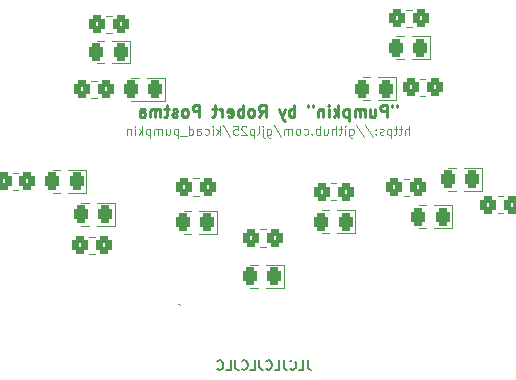
<source format=gbo>
G04 #@! TF.GenerationSoftware,KiCad,Pcbnew,7.0.1-0*
G04 #@! TF.CreationDate,2023-08-23T15:24:57+02:00*
G04 #@! TF.ProjectId,pumpkin,70756d70-6b69-46e2-9e6b-696361645f70,rev?*
G04 #@! TF.SameCoordinates,Original*
G04 #@! TF.FileFunction,Legend,Bot*
G04 #@! TF.FilePolarity,Positive*
%FSLAX46Y46*%
G04 Gerber Fmt 4.6, Leading zero omitted, Abs format (unit mm)*
G04 Created by KiCad (PCBNEW 7.0.1-0) date 2023-08-23 15:24:57*
%MOMM*%
%LPD*%
G01*
G04 APERTURE LIST*
G04 Aperture macros list*
%AMRoundRect*
0 Rectangle with rounded corners*
0 $1 Rounding radius*
0 $2 $3 $4 $5 $6 $7 $8 $9 X,Y pos of 4 corners*
0 Add a 4 corners polygon primitive as box body*
4,1,4,$2,$3,$4,$5,$6,$7,$8,$9,$2,$3,0*
0 Add four circle primitives for the rounded corners*
1,1,$1+$1,$2,$3*
1,1,$1+$1,$4,$5*
1,1,$1+$1,$6,$7*
1,1,$1+$1,$8,$9*
0 Add four rect primitives between the rounded corners*
20,1,$1+$1,$2,$3,$4,$5,0*
20,1,$1+$1,$4,$5,$6,$7,0*
20,1,$1+$1,$6,$7,$8,$9,0*
20,1,$1+$1,$8,$9,$2,$3,0*%
G04 Aperture macros list end*
%ADD10C,0.200000*%
%ADD11C,0.125000*%
%ADD12C,0.250000*%
%ADD13C,0.120000*%
%ADD14C,0.100000*%
%ADD15RoundRect,0.300800X0.325000X0.450000X-0.325000X0.450000X-0.325000X-0.450000X0.325000X-0.450000X0*%
%ADD16C,0.102600*%
%ADD17RoundRect,0.050800X0.596429X0.487235X-0.272905X0.720172X-0.596429X-0.487235X0.272905X-0.720172X0*%
%ADD18RoundRect,0.050800X0.502839X0.331139X-0.269902X0.538194X-0.502839X-0.331139X0.269902X-0.538194X0*%
%ADD19RoundRect,0.300800X0.350000X0.450000X-0.350000X0.450000X-0.350000X-0.450000X0.350000X-0.450000X0*%
%ADD20RoundRect,0.050800X0.302464X2.823741X-2.046767X1.968691X-0.302464X-2.823741X2.046767X-1.968691X0*%
%ADD21C,10.301600*%
%ADD22RoundRect,0.300800X-0.350000X-0.450000X0.350000X-0.450000X0.350000X0.450000X-0.350000X0.450000X0*%
G04 APERTURE END LIST*
D10*
X148810952Y-115502095D02*
X148810952Y-116073523D01*
X148810952Y-116073523D02*
X148849047Y-116187809D01*
X148849047Y-116187809D02*
X148925238Y-116264000D01*
X148925238Y-116264000D02*
X149039523Y-116302095D01*
X149039523Y-116302095D02*
X149115714Y-116302095D01*
X148049047Y-116302095D02*
X148429999Y-116302095D01*
X148429999Y-116302095D02*
X148429999Y-115502095D01*
X147325237Y-116225904D02*
X147363333Y-116264000D01*
X147363333Y-116264000D02*
X147477618Y-116302095D01*
X147477618Y-116302095D02*
X147553809Y-116302095D01*
X147553809Y-116302095D02*
X147668095Y-116264000D01*
X147668095Y-116264000D02*
X147744285Y-116187809D01*
X147744285Y-116187809D02*
X147782380Y-116111619D01*
X147782380Y-116111619D02*
X147820476Y-115959238D01*
X147820476Y-115959238D02*
X147820476Y-115844952D01*
X147820476Y-115844952D02*
X147782380Y-115692571D01*
X147782380Y-115692571D02*
X147744285Y-115616380D01*
X147744285Y-115616380D02*
X147668095Y-115540190D01*
X147668095Y-115540190D02*
X147553809Y-115502095D01*
X147553809Y-115502095D02*
X147477618Y-115502095D01*
X147477618Y-115502095D02*
X147363333Y-115540190D01*
X147363333Y-115540190D02*
X147325237Y-115578285D01*
X146753809Y-115502095D02*
X146753809Y-116073523D01*
X146753809Y-116073523D02*
X146791904Y-116187809D01*
X146791904Y-116187809D02*
X146868095Y-116264000D01*
X146868095Y-116264000D02*
X146982380Y-116302095D01*
X146982380Y-116302095D02*
X147058571Y-116302095D01*
X145991904Y-116302095D02*
X146372856Y-116302095D01*
X146372856Y-116302095D02*
X146372856Y-115502095D01*
X145268094Y-116225904D02*
X145306190Y-116264000D01*
X145306190Y-116264000D02*
X145420475Y-116302095D01*
X145420475Y-116302095D02*
X145496666Y-116302095D01*
X145496666Y-116302095D02*
X145610952Y-116264000D01*
X145610952Y-116264000D02*
X145687142Y-116187809D01*
X145687142Y-116187809D02*
X145725237Y-116111619D01*
X145725237Y-116111619D02*
X145763333Y-115959238D01*
X145763333Y-115959238D02*
X145763333Y-115844952D01*
X145763333Y-115844952D02*
X145725237Y-115692571D01*
X145725237Y-115692571D02*
X145687142Y-115616380D01*
X145687142Y-115616380D02*
X145610952Y-115540190D01*
X145610952Y-115540190D02*
X145496666Y-115502095D01*
X145496666Y-115502095D02*
X145420475Y-115502095D01*
X145420475Y-115502095D02*
X145306190Y-115540190D01*
X145306190Y-115540190D02*
X145268094Y-115578285D01*
X144696666Y-115502095D02*
X144696666Y-116073523D01*
X144696666Y-116073523D02*
X144734761Y-116187809D01*
X144734761Y-116187809D02*
X144810952Y-116264000D01*
X144810952Y-116264000D02*
X144925237Y-116302095D01*
X144925237Y-116302095D02*
X145001428Y-116302095D01*
X143934761Y-116302095D02*
X144315713Y-116302095D01*
X144315713Y-116302095D02*
X144315713Y-115502095D01*
X143210951Y-116225904D02*
X143249047Y-116264000D01*
X143249047Y-116264000D02*
X143363332Y-116302095D01*
X143363332Y-116302095D02*
X143439523Y-116302095D01*
X143439523Y-116302095D02*
X143553809Y-116264000D01*
X143553809Y-116264000D02*
X143629999Y-116187809D01*
X143629999Y-116187809D02*
X143668094Y-116111619D01*
X143668094Y-116111619D02*
X143706190Y-115959238D01*
X143706190Y-115959238D02*
X143706190Y-115844952D01*
X143706190Y-115844952D02*
X143668094Y-115692571D01*
X143668094Y-115692571D02*
X143629999Y-115616380D01*
X143629999Y-115616380D02*
X143553809Y-115540190D01*
X143553809Y-115540190D02*
X143439523Y-115502095D01*
X143439523Y-115502095D02*
X143363332Y-115502095D01*
X143363332Y-115502095D02*
X143249047Y-115540190D01*
X143249047Y-115540190D02*
X143210951Y-115578285D01*
X142639523Y-115502095D02*
X142639523Y-116073523D01*
X142639523Y-116073523D02*
X142677618Y-116187809D01*
X142677618Y-116187809D02*
X142753809Y-116264000D01*
X142753809Y-116264000D02*
X142868094Y-116302095D01*
X142868094Y-116302095D02*
X142944285Y-116302095D01*
X141877618Y-116302095D02*
X142258570Y-116302095D01*
X142258570Y-116302095D02*
X142258570Y-115502095D01*
X141153808Y-116225904D02*
X141191904Y-116264000D01*
X141191904Y-116264000D02*
X141306189Y-116302095D01*
X141306189Y-116302095D02*
X141382380Y-116302095D01*
X141382380Y-116302095D02*
X141496666Y-116264000D01*
X141496666Y-116264000D02*
X141572856Y-116187809D01*
X141572856Y-116187809D02*
X141610951Y-116111619D01*
X141610951Y-116111619D02*
X141649047Y-115959238D01*
X141649047Y-115959238D02*
X141649047Y-115844952D01*
X141649047Y-115844952D02*
X141610951Y-115692571D01*
X141610951Y-115692571D02*
X141572856Y-115616380D01*
X141572856Y-115616380D02*
X141496666Y-115540190D01*
X141496666Y-115540190D02*
X141382380Y-115502095D01*
X141382380Y-115502095D02*
X141306189Y-115502095D01*
X141306189Y-115502095D02*
X141191904Y-115540190D01*
X141191904Y-115540190D02*
X141153808Y-115578285D01*
D11*
X157391428Y-96398214D02*
X157391428Y-95648214D01*
X157070000Y-96398214D02*
X157070000Y-96005357D01*
X157070000Y-96005357D02*
X157105714Y-95933928D01*
X157105714Y-95933928D02*
X157177142Y-95898214D01*
X157177142Y-95898214D02*
X157284285Y-95898214D01*
X157284285Y-95898214D02*
X157355714Y-95933928D01*
X157355714Y-95933928D02*
X157391428Y-95969642D01*
X156820000Y-95898214D02*
X156534286Y-95898214D01*
X156712857Y-95648214D02*
X156712857Y-96291071D01*
X156712857Y-96291071D02*
X156677143Y-96362500D01*
X156677143Y-96362500D02*
X156605714Y-96398214D01*
X156605714Y-96398214D02*
X156534286Y-96398214D01*
X156391429Y-95898214D02*
X156105715Y-95898214D01*
X156284286Y-95648214D02*
X156284286Y-96291071D01*
X156284286Y-96291071D02*
X156248572Y-96362500D01*
X156248572Y-96362500D02*
X156177143Y-96398214D01*
X156177143Y-96398214D02*
X156105715Y-96398214D01*
X155855715Y-95898214D02*
X155855715Y-96648214D01*
X155855715Y-95933928D02*
X155784287Y-95898214D01*
X155784287Y-95898214D02*
X155641429Y-95898214D01*
X155641429Y-95898214D02*
X155570001Y-95933928D01*
X155570001Y-95933928D02*
X155534287Y-95969642D01*
X155534287Y-95969642D02*
X155498572Y-96041071D01*
X155498572Y-96041071D02*
X155498572Y-96255357D01*
X155498572Y-96255357D02*
X155534287Y-96326785D01*
X155534287Y-96326785D02*
X155570001Y-96362500D01*
X155570001Y-96362500D02*
X155641429Y-96398214D01*
X155641429Y-96398214D02*
X155784287Y-96398214D01*
X155784287Y-96398214D02*
X155855715Y-96362500D01*
X155212858Y-96362500D02*
X155141430Y-96398214D01*
X155141430Y-96398214D02*
X154998573Y-96398214D01*
X154998573Y-96398214D02*
X154927144Y-96362500D01*
X154927144Y-96362500D02*
X154891430Y-96291071D01*
X154891430Y-96291071D02*
X154891430Y-96255357D01*
X154891430Y-96255357D02*
X154927144Y-96183928D01*
X154927144Y-96183928D02*
X154998573Y-96148214D01*
X154998573Y-96148214D02*
X155105716Y-96148214D01*
X155105716Y-96148214D02*
X155177144Y-96112500D01*
X155177144Y-96112500D02*
X155212858Y-96041071D01*
X155212858Y-96041071D02*
X155212858Y-96005357D01*
X155212858Y-96005357D02*
X155177144Y-95933928D01*
X155177144Y-95933928D02*
X155105716Y-95898214D01*
X155105716Y-95898214D02*
X154998573Y-95898214D01*
X154998573Y-95898214D02*
X154927144Y-95933928D01*
X154570001Y-96326785D02*
X154534287Y-96362500D01*
X154534287Y-96362500D02*
X154570001Y-96398214D01*
X154570001Y-96398214D02*
X154605715Y-96362500D01*
X154605715Y-96362500D02*
X154570001Y-96326785D01*
X154570001Y-96326785D02*
X154570001Y-96398214D01*
X154570001Y-95933928D02*
X154534287Y-95969642D01*
X154534287Y-95969642D02*
X154570001Y-96005357D01*
X154570001Y-96005357D02*
X154605715Y-95969642D01*
X154605715Y-95969642D02*
X154570001Y-95933928D01*
X154570001Y-95933928D02*
X154570001Y-96005357D01*
X153677144Y-95612500D02*
X154320001Y-96576785D01*
X152891430Y-95612500D02*
X153534287Y-96576785D01*
X152320002Y-95898214D02*
X152320002Y-96505357D01*
X152320002Y-96505357D02*
X152355716Y-96576785D01*
X152355716Y-96576785D02*
X152391430Y-96612500D01*
X152391430Y-96612500D02*
X152462859Y-96648214D01*
X152462859Y-96648214D02*
X152570002Y-96648214D01*
X152570002Y-96648214D02*
X152641430Y-96612500D01*
X152320002Y-96362500D02*
X152391430Y-96398214D01*
X152391430Y-96398214D02*
X152534287Y-96398214D01*
X152534287Y-96398214D02*
X152605716Y-96362500D01*
X152605716Y-96362500D02*
X152641430Y-96326785D01*
X152641430Y-96326785D02*
X152677144Y-96255357D01*
X152677144Y-96255357D02*
X152677144Y-96041071D01*
X152677144Y-96041071D02*
X152641430Y-95969642D01*
X152641430Y-95969642D02*
X152605716Y-95933928D01*
X152605716Y-95933928D02*
X152534287Y-95898214D01*
X152534287Y-95898214D02*
X152391430Y-95898214D01*
X152391430Y-95898214D02*
X152320002Y-95933928D01*
X151962859Y-96398214D02*
X151962859Y-95898214D01*
X151962859Y-95648214D02*
X151998573Y-95683928D01*
X151998573Y-95683928D02*
X151962859Y-95719642D01*
X151962859Y-95719642D02*
X151927145Y-95683928D01*
X151927145Y-95683928D02*
X151962859Y-95648214D01*
X151962859Y-95648214D02*
X151962859Y-95719642D01*
X151712859Y-95898214D02*
X151427145Y-95898214D01*
X151605716Y-95648214D02*
X151605716Y-96291071D01*
X151605716Y-96291071D02*
X151570002Y-96362500D01*
X151570002Y-96362500D02*
X151498573Y-96398214D01*
X151498573Y-96398214D02*
X151427145Y-96398214D01*
X151177145Y-96398214D02*
X151177145Y-95648214D01*
X150855717Y-96398214D02*
X150855717Y-96005357D01*
X150855717Y-96005357D02*
X150891431Y-95933928D01*
X150891431Y-95933928D02*
X150962859Y-95898214D01*
X150962859Y-95898214D02*
X151070002Y-95898214D01*
X151070002Y-95898214D02*
X151141431Y-95933928D01*
X151141431Y-95933928D02*
X151177145Y-95969642D01*
X150177146Y-95898214D02*
X150177146Y-96398214D01*
X150498574Y-95898214D02*
X150498574Y-96291071D01*
X150498574Y-96291071D02*
X150462860Y-96362500D01*
X150462860Y-96362500D02*
X150391431Y-96398214D01*
X150391431Y-96398214D02*
X150284288Y-96398214D01*
X150284288Y-96398214D02*
X150212860Y-96362500D01*
X150212860Y-96362500D02*
X150177146Y-96326785D01*
X149820003Y-96398214D02*
X149820003Y-95648214D01*
X149820003Y-95933928D02*
X149748575Y-95898214D01*
X149748575Y-95898214D02*
X149605717Y-95898214D01*
X149605717Y-95898214D02*
X149534289Y-95933928D01*
X149534289Y-95933928D02*
X149498575Y-95969642D01*
X149498575Y-95969642D02*
X149462860Y-96041071D01*
X149462860Y-96041071D02*
X149462860Y-96255357D01*
X149462860Y-96255357D02*
X149498575Y-96326785D01*
X149498575Y-96326785D02*
X149534289Y-96362500D01*
X149534289Y-96362500D02*
X149605717Y-96398214D01*
X149605717Y-96398214D02*
X149748575Y-96398214D01*
X149748575Y-96398214D02*
X149820003Y-96362500D01*
X149141432Y-96326785D02*
X149105718Y-96362500D01*
X149105718Y-96362500D02*
X149141432Y-96398214D01*
X149141432Y-96398214D02*
X149177146Y-96362500D01*
X149177146Y-96362500D02*
X149141432Y-96326785D01*
X149141432Y-96326785D02*
X149141432Y-96398214D01*
X148462861Y-96362500D02*
X148534289Y-96398214D01*
X148534289Y-96398214D02*
X148677146Y-96398214D01*
X148677146Y-96398214D02*
X148748575Y-96362500D01*
X148748575Y-96362500D02*
X148784289Y-96326785D01*
X148784289Y-96326785D02*
X148820003Y-96255357D01*
X148820003Y-96255357D02*
X148820003Y-96041071D01*
X148820003Y-96041071D02*
X148784289Y-95969642D01*
X148784289Y-95969642D02*
X148748575Y-95933928D01*
X148748575Y-95933928D02*
X148677146Y-95898214D01*
X148677146Y-95898214D02*
X148534289Y-95898214D01*
X148534289Y-95898214D02*
X148462861Y-95933928D01*
X148034289Y-96398214D02*
X148105718Y-96362500D01*
X148105718Y-96362500D02*
X148141432Y-96326785D01*
X148141432Y-96326785D02*
X148177146Y-96255357D01*
X148177146Y-96255357D02*
X148177146Y-96041071D01*
X148177146Y-96041071D02*
X148141432Y-95969642D01*
X148141432Y-95969642D02*
X148105718Y-95933928D01*
X148105718Y-95933928D02*
X148034289Y-95898214D01*
X148034289Y-95898214D02*
X147927146Y-95898214D01*
X147927146Y-95898214D02*
X147855718Y-95933928D01*
X147855718Y-95933928D02*
X147820004Y-95969642D01*
X147820004Y-95969642D02*
X147784289Y-96041071D01*
X147784289Y-96041071D02*
X147784289Y-96255357D01*
X147784289Y-96255357D02*
X147820004Y-96326785D01*
X147820004Y-96326785D02*
X147855718Y-96362500D01*
X147855718Y-96362500D02*
X147927146Y-96398214D01*
X147927146Y-96398214D02*
X148034289Y-96398214D01*
X147462861Y-96398214D02*
X147462861Y-95898214D01*
X147462861Y-95969642D02*
X147427147Y-95933928D01*
X147427147Y-95933928D02*
X147355718Y-95898214D01*
X147355718Y-95898214D02*
X147248575Y-95898214D01*
X147248575Y-95898214D02*
X147177147Y-95933928D01*
X147177147Y-95933928D02*
X147141433Y-96005357D01*
X147141433Y-96005357D02*
X147141433Y-96398214D01*
X147141433Y-96005357D02*
X147105718Y-95933928D01*
X147105718Y-95933928D02*
X147034290Y-95898214D01*
X147034290Y-95898214D02*
X146927147Y-95898214D01*
X146927147Y-95898214D02*
X146855718Y-95933928D01*
X146855718Y-95933928D02*
X146820004Y-96005357D01*
X146820004Y-96005357D02*
X146820004Y-96398214D01*
X145927147Y-95612500D02*
X146570004Y-96576785D01*
X145355719Y-95898214D02*
X145355719Y-96505357D01*
X145355719Y-96505357D02*
X145391433Y-96576785D01*
X145391433Y-96576785D02*
X145427147Y-96612500D01*
X145427147Y-96612500D02*
X145498576Y-96648214D01*
X145498576Y-96648214D02*
X145605719Y-96648214D01*
X145605719Y-96648214D02*
X145677147Y-96612500D01*
X145355719Y-96362500D02*
X145427147Y-96398214D01*
X145427147Y-96398214D02*
X145570004Y-96398214D01*
X145570004Y-96398214D02*
X145641433Y-96362500D01*
X145641433Y-96362500D02*
X145677147Y-96326785D01*
X145677147Y-96326785D02*
X145712861Y-96255357D01*
X145712861Y-96255357D02*
X145712861Y-96041071D01*
X145712861Y-96041071D02*
X145677147Y-95969642D01*
X145677147Y-95969642D02*
X145641433Y-95933928D01*
X145641433Y-95933928D02*
X145570004Y-95898214D01*
X145570004Y-95898214D02*
X145427147Y-95898214D01*
X145427147Y-95898214D02*
X145355719Y-95933928D01*
X144998576Y-95898214D02*
X144998576Y-96541071D01*
X144998576Y-96541071D02*
X145034290Y-96612500D01*
X145034290Y-96612500D02*
X145105719Y-96648214D01*
X145105719Y-96648214D02*
X145141433Y-96648214D01*
X144998576Y-95648214D02*
X145034290Y-95683928D01*
X145034290Y-95683928D02*
X144998576Y-95719642D01*
X144998576Y-95719642D02*
X144962862Y-95683928D01*
X144962862Y-95683928D02*
X144998576Y-95648214D01*
X144998576Y-95648214D02*
X144998576Y-95719642D01*
X144534290Y-96398214D02*
X144605719Y-96362500D01*
X144605719Y-96362500D02*
X144641433Y-96291071D01*
X144641433Y-96291071D02*
X144641433Y-95648214D01*
X144248576Y-95898214D02*
X144248576Y-96648214D01*
X144248576Y-95933928D02*
X144177148Y-95898214D01*
X144177148Y-95898214D02*
X144034290Y-95898214D01*
X144034290Y-95898214D02*
X143962862Y-95933928D01*
X143962862Y-95933928D02*
X143927148Y-95969642D01*
X143927148Y-95969642D02*
X143891433Y-96041071D01*
X143891433Y-96041071D02*
X143891433Y-96255357D01*
X143891433Y-96255357D02*
X143927148Y-96326785D01*
X143927148Y-96326785D02*
X143962862Y-96362500D01*
X143962862Y-96362500D02*
X144034290Y-96398214D01*
X144034290Y-96398214D02*
X144177148Y-96398214D01*
X144177148Y-96398214D02*
X144248576Y-96362500D01*
X143605719Y-95719642D02*
X143570005Y-95683928D01*
X143570005Y-95683928D02*
X143498577Y-95648214D01*
X143498577Y-95648214D02*
X143320005Y-95648214D01*
X143320005Y-95648214D02*
X143248577Y-95683928D01*
X143248577Y-95683928D02*
X143212862Y-95719642D01*
X143212862Y-95719642D02*
X143177148Y-95791071D01*
X143177148Y-95791071D02*
X143177148Y-95862500D01*
X143177148Y-95862500D02*
X143212862Y-95969642D01*
X143212862Y-95969642D02*
X143641434Y-96398214D01*
X143641434Y-96398214D02*
X143177148Y-96398214D01*
X142498576Y-95648214D02*
X142855719Y-95648214D01*
X142855719Y-95648214D02*
X142891433Y-96005357D01*
X142891433Y-96005357D02*
X142855719Y-95969642D01*
X142855719Y-95969642D02*
X142784291Y-95933928D01*
X142784291Y-95933928D02*
X142605719Y-95933928D01*
X142605719Y-95933928D02*
X142534291Y-95969642D01*
X142534291Y-95969642D02*
X142498576Y-96005357D01*
X142498576Y-96005357D02*
X142462862Y-96076785D01*
X142462862Y-96076785D02*
X142462862Y-96255357D01*
X142462862Y-96255357D02*
X142498576Y-96326785D01*
X142498576Y-96326785D02*
X142534291Y-96362500D01*
X142534291Y-96362500D02*
X142605719Y-96398214D01*
X142605719Y-96398214D02*
X142784291Y-96398214D01*
X142784291Y-96398214D02*
X142855719Y-96362500D01*
X142855719Y-96362500D02*
X142891433Y-96326785D01*
X141605719Y-95612500D02*
X142248576Y-96576785D01*
X141355719Y-96398214D02*
X141355719Y-95648214D01*
X141284291Y-96112500D02*
X141070005Y-96398214D01*
X141070005Y-95898214D02*
X141355719Y-96183928D01*
X140748576Y-96398214D02*
X140748576Y-95898214D01*
X140748576Y-95648214D02*
X140784290Y-95683928D01*
X140784290Y-95683928D02*
X140748576Y-95719642D01*
X140748576Y-95719642D02*
X140712862Y-95683928D01*
X140712862Y-95683928D02*
X140748576Y-95648214D01*
X140748576Y-95648214D02*
X140748576Y-95719642D01*
X140070005Y-96362500D02*
X140141433Y-96398214D01*
X140141433Y-96398214D02*
X140284290Y-96398214D01*
X140284290Y-96398214D02*
X140355719Y-96362500D01*
X140355719Y-96362500D02*
X140391433Y-96326785D01*
X140391433Y-96326785D02*
X140427147Y-96255357D01*
X140427147Y-96255357D02*
X140427147Y-96041071D01*
X140427147Y-96041071D02*
X140391433Y-95969642D01*
X140391433Y-95969642D02*
X140355719Y-95933928D01*
X140355719Y-95933928D02*
X140284290Y-95898214D01*
X140284290Y-95898214D02*
X140141433Y-95898214D01*
X140141433Y-95898214D02*
X140070005Y-95933928D01*
X139427148Y-96398214D02*
X139427148Y-96005357D01*
X139427148Y-96005357D02*
X139462862Y-95933928D01*
X139462862Y-95933928D02*
X139534290Y-95898214D01*
X139534290Y-95898214D02*
X139677148Y-95898214D01*
X139677148Y-95898214D02*
X139748576Y-95933928D01*
X139427148Y-96362500D02*
X139498576Y-96398214D01*
X139498576Y-96398214D02*
X139677148Y-96398214D01*
X139677148Y-96398214D02*
X139748576Y-96362500D01*
X139748576Y-96362500D02*
X139784290Y-96291071D01*
X139784290Y-96291071D02*
X139784290Y-96219642D01*
X139784290Y-96219642D02*
X139748576Y-96148214D01*
X139748576Y-96148214D02*
X139677148Y-96112500D01*
X139677148Y-96112500D02*
X139498576Y-96112500D01*
X139498576Y-96112500D02*
X139427148Y-96076785D01*
X138748577Y-96398214D02*
X138748577Y-95648214D01*
X138748577Y-96362500D02*
X138820005Y-96398214D01*
X138820005Y-96398214D02*
X138962862Y-96398214D01*
X138962862Y-96398214D02*
X139034291Y-96362500D01*
X139034291Y-96362500D02*
X139070005Y-96326785D01*
X139070005Y-96326785D02*
X139105719Y-96255357D01*
X139105719Y-96255357D02*
X139105719Y-96041071D01*
X139105719Y-96041071D02*
X139070005Y-95969642D01*
X139070005Y-95969642D02*
X139034291Y-95933928D01*
X139034291Y-95933928D02*
X138962862Y-95898214D01*
X138962862Y-95898214D02*
X138820005Y-95898214D01*
X138820005Y-95898214D02*
X138748577Y-95933928D01*
X138570006Y-96469642D02*
X137998577Y-96469642D01*
X137820005Y-95898214D02*
X137820005Y-96648214D01*
X137820005Y-95933928D02*
X137748577Y-95898214D01*
X137748577Y-95898214D02*
X137605719Y-95898214D01*
X137605719Y-95898214D02*
X137534291Y-95933928D01*
X137534291Y-95933928D02*
X137498577Y-95969642D01*
X137498577Y-95969642D02*
X137462862Y-96041071D01*
X137462862Y-96041071D02*
X137462862Y-96255357D01*
X137462862Y-96255357D02*
X137498577Y-96326785D01*
X137498577Y-96326785D02*
X137534291Y-96362500D01*
X137534291Y-96362500D02*
X137605719Y-96398214D01*
X137605719Y-96398214D02*
X137748577Y-96398214D01*
X137748577Y-96398214D02*
X137820005Y-96362500D01*
X136820006Y-95898214D02*
X136820006Y-96398214D01*
X137141434Y-95898214D02*
X137141434Y-96291071D01*
X137141434Y-96291071D02*
X137105720Y-96362500D01*
X137105720Y-96362500D02*
X137034291Y-96398214D01*
X137034291Y-96398214D02*
X136927148Y-96398214D01*
X136927148Y-96398214D02*
X136855720Y-96362500D01*
X136855720Y-96362500D02*
X136820006Y-96326785D01*
X136462863Y-96398214D02*
X136462863Y-95898214D01*
X136462863Y-95969642D02*
X136427149Y-95933928D01*
X136427149Y-95933928D02*
X136355720Y-95898214D01*
X136355720Y-95898214D02*
X136248577Y-95898214D01*
X136248577Y-95898214D02*
X136177149Y-95933928D01*
X136177149Y-95933928D02*
X136141435Y-96005357D01*
X136141435Y-96005357D02*
X136141435Y-96398214D01*
X136141435Y-96005357D02*
X136105720Y-95933928D01*
X136105720Y-95933928D02*
X136034292Y-95898214D01*
X136034292Y-95898214D02*
X135927149Y-95898214D01*
X135927149Y-95898214D02*
X135855720Y-95933928D01*
X135855720Y-95933928D02*
X135820006Y-96005357D01*
X135820006Y-96005357D02*
X135820006Y-96398214D01*
X135462863Y-95898214D02*
X135462863Y-96648214D01*
X135462863Y-95933928D02*
X135391435Y-95898214D01*
X135391435Y-95898214D02*
X135248577Y-95898214D01*
X135248577Y-95898214D02*
X135177149Y-95933928D01*
X135177149Y-95933928D02*
X135141435Y-95969642D01*
X135141435Y-95969642D02*
X135105720Y-96041071D01*
X135105720Y-96041071D02*
X135105720Y-96255357D01*
X135105720Y-96255357D02*
X135141435Y-96326785D01*
X135141435Y-96326785D02*
X135177149Y-96362500D01*
X135177149Y-96362500D02*
X135248577Y-96398214D01*
X135248577Y-96398214D02*
X135391435Y-96398214D01*
X135391435Y-96398214D02*
X135462863Y-96362500D01*
X134784292Y-96398214D02*
X134784292Y-95648214D01*
X134712864Y-96112500D02*
X134498578Y-96398214D01*
X134498578Y-95898214D02*
X134784292Y-96183928D01*
X134177149Y-96398214D02*
X134177149Y-95898214D01*
X134177149Y-95648214D02*
X134212863Y-95683928D01*
X134212863Y-95683928D02*
X134177149Y-95719642D01*
X134177149Y-95719642D02*
X134141435Y-95683928D01*
X134141435Y-95683928D02*
X134177149Y-95648214D01*
X134177149Y-95648214D02*
X134177149Y-95719642D01*
X133820006Y-95898214D02*
X133820006Y-96398214D01*
X133820006Y-95969642D02*
X133784292Y-95933928D01*
X133784292Y-95933928D02*
X133712863Y-95898214D01*
X133712863Y-95898214D02*
X133605720Y-95898214D01*
X133605720Y-95898214D02*
X133534292Y-95933928D01*
X133534292Y-95933928D02*
X133498578Y-96005357D01*
X133498578Y-96005357D02*
X133498578Y-96398214D01*
D12*
X156329523Y-93887619D02*
X156329523Y-94078095D01*
X155948571Y-93887619D02*
X155948571Y-94078095D01*
X155519999Y-94887619D02*
X155519999Y-93887619D01*
X155519999Y-93887619D02*
X155139047Y-93887619D01*
X155139047Y-93887619D02*
X155043809Y-93935238D01*
X155043809Y-93935238D02*
X154996190Y-93982857D01*
X154996190Y-93982857D02*
X154948571Y-94078095D01*
X154948571Y-94078095D02*
X154948571Y-94220952D01*
X154948571Y-94220952D02*
X154996190Y-94316190D01*
X154996190Y-94316190D02*
X155043809Y-94363809D01*
X155043809Y-94363809D02*
X155139047Y-94411428D01*
X155139047Y-94411428D02*
X155519999Y-94411428D01*
X154091428Y-94220952D02*
X154091428Y-94887619D01*
X154519999Y-94220952D02*
X154519999Y-94744761D01*
X154519999Y-94744761D02*
X154472380Y-94840000D01*
X154472380Y-94840000D02*
X154377142Y-94887619D01*
X154377142Y-94887619D02*
X154234285Y-94887619D01*
X154234285Y-94887619D02*
X154139047Y-94840000D01*
X154139047Y-94840000D02*
X154091428Y-94792380D01*
X153615237Y-94887619D02*
X153615237Y-94220952D01*
X153615237Y-94316190D02*
X153567618Y-94268571D01*
X153567618Y-94268571D02*
X153472380Y-94220952D01*
X153472380Y-94220952D02*
X153329523Y-94220952D01*
X153329523Y-94220952D02*
X153234285Y-94268571D01*
X153234285Y-94268571D02*
X153186666Y-94363809D01*
X153186666Y-94363809D02*
X153186666Y-94887619D01*
X153186666Y-94363809D02*
X153139047Y-94268571D01*
X153139047Y-94268571D02*
X153043809Y-94220952D01*
X153043809Y-94220952D02*
X152900952Y-94220952D01*
X152900952Y-94220952D02*
X152805713Y-94268571D01*
X152805713Y-94268571D02*
X152758094Y-94363809D01*
X152758094Y-94363809D02*
X152758094Y-94887619D01*
X152281904Y-94220952D02*
X152281904Y-95220952D01*
X152281904Y-94268571D02*
X152186666Y-94220952D01*
X152186666Y-94220952D02*
X151996190Y-94220952D01*
X151996190Y-94220952D02*
X151900952Y-94268571D01*
X151900952Y-94268571D02*
X151853333Y-94316190D01*
X151853333Y-94316190D02*
X151805714Y-94411428D01*
X151805714Y-94411428D02*
X151805714Y-94697142D01*
X151805714Y-94697142D02*
X151853333Y-94792380D01*
X151853333Y-94792380D02*
X151900952Y-94840000D01*
X151900952Y-94840000D02*
X151996190Y-94887619D01*
X151996190Y-94887619D02*
X152186666Y-94887619D01*
X152186666Y-94887619D02*
X152281904Y-94840000D01*
X151377142Y-94887619D02*
X151377142Y-93887619D01*
X151281904Y-94506666D02*
X150996190Y-94887619D01*
X150996190Y-94220952D02*
X151377142Y-94601904D01*
X150567618Y-94887619D02*
X150567618Y-94220952D01*
X150567618Y-93887619D02*
X150615237Y-93935238D01*
X150615237Y-93935238D02*
X150567618Y-93982857D01*
X150567618Y-93982857D02*
X150519999Y-93935238D01*
X150519999Y-93935238D02*
X150567618Y-93887619D01*
X150567618Y-93887619D02*
X150567618Y-93982857D01*
X150091428Y-94220952D02*
X150091428Y-94887619D01*
X150091428Y-94316190D02*
X150043809Y-94268571D01*
X150043809Y-94268571D02*
X149948571Y-94220952D01*
X149948571Y-94220952D02*
X149805714Y-94220952D01*
X149805714Y-94220952D02*
X149710476Y-94268571D01*
X149710476Y-94268571D02*
X149662857Y-94363809D01*
X149662857Y-94363809D02*
X149662857Y-94887619D01*
X149234285Y-93887619D02*
X149234285Y-94078095D01*
X148853333Y-93887619D02*
X148853333Y-94078095D01*
X147662856Y-94887619D02*
X147662856Y-93887619D01*
X147662856Y-94268571D02*
X147567618Y-94220952D01*
X147567618Y-94220952D02*
X147377142Y-94220952D01*
X147377142Y-94220952D02*
X147281904Y-94268571D01*
X147281904Y-94268571D02*
X147234285Y-94316190D01*
X147234285Y-94316190D02*
X147186666Y-94411428D01*
X147186666Y-94411428D02*
X147186666Y-94697142D01*
X147186666Y-94697142D02*
X147234285Y-94792380D01*
X147234285Y-94792380D02*
X147281904Y-94840000D01*
X147281904Y-94840000D02*
X147377142Y-94887619D01*
X147377142Y-94887619D02*
X147567618Y-94887619D01*
X147567618Y-94887619D02*
X147662856Y-94840000D01*
X146853332Y-94220952D02*
X146615237Y-94887619D01*
X146377142Y-94220952D02*
X146615237Y-94887619D01*
X146615237Y-94887619D02*
X146710475Y-95125714D01*
X146710475Y-95125714D02*
X146758094Y-95173333D01*
X146758094Y-95173333D02*
X146853332Y-95220952D01*
X144662856Y-94887619D02*
X144996189Y-94411428D01*
X145234284Y-94887619D02*
X145234284Y-93887619D01*
X145234284Y-93887619D02*
X144853332Y-93887619D01*
X144853332Y-93887619D02*
X144758094Y-93935238D01*
X144758094Y-93935238D02*
X144710475Y-93982857D01*
X144710475Y-93982857D02*
X144662856Y-94078095D01*
X144662856Y-94078095D02*
X144662856Y-94220952D01*
X144662856Y-94220952D02*
X144710475Y-94316190D01*
X144710475Y-94316190D02*
X144758094Y-94363809D01*
X144758094Y-94363809D02*
X144853332Y-94411428D01*
X144853332Y-94411428D02*
X145234284Y-94411428D01*
X144091427Y-94887619D02*
X144186665Y-94840000D01*
X144186665Y-94840000D02*
X144234284Y-94792380D01*
X144234284Y-94792380D02*
X144281903Y-94697142D01*
X144281903Y-94697142D02*
X144281903Y-94411428D01*
X144281903Y-94411428D02*
X144234284Y-94316190D01*
X144234284Y-94316190D02*
X144186665Y-94268571D01*
X144186665Y-94268571D02*
X144091427Y-94220952D01*
X144091427Y-94220952D02*
X143948570Y-94220952D01*
X143948570Y-94220952D02*
X143853332Y-94268571D01*
X143853332Y-94268571D02*
X143805713Y-94316190D01*
X143805713Y-94316190D02*
X143758094Y-94411428D01*
X143758094Y-94411428D02*
X143758094Y-94697142D01*
X143758094Y-94697142D02*
X143805713Y-94792380D01*
X143805713Y-94792380D02*
X143853332Y-94840000D01*
X143853332Y-94840000D02*
X143948570Y-94887619D01*
X143948570Y-94887619D02*
X144091427Y-94887619D01*
X143329522Y-94887619D02*
X143329522Y-93887619D01*
X143329522Y-94268571D02*
X143234284Y-94220952D01*
X143234284Y-94220952D02*
X143043808Y-94220952D01*
X143043808Y-94220952D02*
X142948570Y-94268571D01*
X142948570Y-94268571D02*
X142900951Y-94316190D01*
X142900951Y-94316190D02*
X142853332Y-94411428D01*
X142853332Y-94411428D02*
X142853332Y-94697142D01*
X142853332Y-94697142D02*
X142900951Y-94792380D01*
X142900951Y-94792380D02*
X142948570Y-94840000D01*
X142948570Y-94840000D02*
X143043808Y-94887619D01*
X143043808Y-94887619D02*
X143234284Y-94887619D01*
X143234284Y-94887619D02*
X143329522Y-94840000D01*
X142043808Y-94840000D02*
X142139046Y-94887619D01*
X142139046Y-94887619D02*
X142329522Y-94887619D01*
X142329522Y-94887619D02*
X142424760Y-94840000D01*
X142424760Y-94840000D02*
X142472379Y-94744761D01*
X142472379Y-94744761D02*
X142472379Y-94363809D01*
X142472379Y-94363809D02*
X142424760Y-94268571D01*
X142424760Y-94268571D02*
X142329522Y-94220952D01*
X142329522Y-94220952D02*
X142139046Y-94220952D01*
X142139046Y-94220952D02*
X142043808Y-94268571D01*
X142043808Y-94268571D02*
X141996189Y-94363809D01*
X141996189Y-94363809D02*
X141996189Y-94459047D01*
X141996189Y-94459047D02*
X142472379Y-94554285D01*
X141567617Y-94887619D02*
X141567617Y-94220952D01*
X141567617Y-94411428D02*
X141519998Y-94316190D01*
X141519998Y-94316190D02*
X141472379Y-94268571D01*
X141472379Y-94268571D02*
X141377141Y-94220952D01*
X141377141Y-94220952D02*
X141281903Y-94220952D01*
X141091426Y-94220952D02*
X140710474Y-94220952D01*
X140948569Y-93887619D02*
X140948569Y-94744761D01*
X140948569Y-94744761D02*
X140900950Y-94840000D01*
X140900950Y-94840000D02*
X140805712Y-94887619D01*
X140805712Y-94887619D02*
X140710474Y-94887619D01*
X139615235Y-94887619D02*
X139615235Y-93887619D01*
X139615235Y-93887619D02*
X139234283Y-93887619D01*
X139234283Y-93887619D02*
X139139045Y-93935238D01*
X139139045Y-93935238D02*
X139091426Y-93982857D01*
X139091426Y-93982857D02*
X139043807Y-94078095D01*
X139043807Y-94078095D02*
X139043807Y-94220952D01*
X139043807Y-94220952D02*
X139091426Y-94316190D01*
X139091426Y-94316190D02*
X139139045Y-94363809D01*
X139139045Y-94363809D02*
X139234283Y-94411428D01*
X139234283Y-94411428D02*
X139615235Y-94411428D01*
X138472378Y-94887619D02*
X138567616Y-94840000D01*
X138567616Y-94840000D02*
X138615235Y-94792380D01*
X138615235Y-94792380D02*
X138662854Y-94697142D01*
X138662854Y-94697142D02*
X138662854Y-94411428D01*
X138662854Y-94411428D02*
X138615235Y-94316190D01*
X138615235Y-94316190D02*
X138567616Y-94268571D01*
X138567616Y-94268571D02*
X138472378Y-94220952D01*
X138472378Y-94220952D02*
X138329521Y-94220952D01*
X138329521Y-94220952D02*
X138234283Y-94268571D01*
X138234283Y-94268571D02*
X138186664Y-94316190D01*
X138186664Y-94316190D02*
X138139045Y-94411428D01*
X138139045Y-94411428D02*
X138139045Y-94697142D01*
X138139045Y-94697142D02*
X138186664Y-94792380D01*
X138186664Y-94792380D02*
X138234283Y-94840000D01*
X138234283Y-94840000D02*
X138329521Y-94887619D01*
X138329521Y-94887619D02*
X138472378Y-94887619D01*
X137758092Y-94840000D02*
X137662854Y-94887619D01*
X137662854Y-94887619D02*
X137472378Y-94887619D01*
X137472378Y-94887619D02*
X137377140Y-94840000D01*
X137377140Y-94840000D02*
X137329521Y-94744761D01*
X137329521Y-94744761D02*
X137329521Y-94697142D01*
X137329521Y-94697142D02*
X137377140Y-94601904D01*
X137377140Y-94601904D02*
X137472378Y-94554285D01*
X137472378Y-94554285D02*
X137615235Y-94554285D01*
X137615235Y-94554285D02*
X137710473Y-94506666D01*
X137710473Y-94506666D02*
X137758092Y-94411428D01*
X137758092Y-94411428D02*
X137758092Y-94363809D01*
X137758092Y-94363809D02*
X137710473Y-94268571D01*
X137710473Y-94268571D02*
X137615235Y-94220952D01*
X137615235Y-94220952D02*
X137472378Y-94220952D01*
X137472378Y-94220952D02*
X137377140Y-94268571D01*
X137043806Y-94220952D02*
X136662854Y-94220952D01*
X136900949Y-93887619D02*
X136900949Y-94744761D01*
X136900949Y-94744761D02*
X136853330Y-94840000D01*
X136853330Y-94840000D02*
X136758092Y-94887619D01*
X136758092Y-94887619D02*
X136662854Y-94887619D01*
X136329520Y-94887619D02*
X136329520Y-94220952D01*
X136329520Y-94316190D02*
X136281901Y-94268571D01*
X136281901Y-94268571D02*
X136186663Y-94220952D01*
X136186663Y-94220952D02*
X136043806Y-94220952D01*
X136043806Y-94220952D02*
X135948568Y-94268571D01*
X135948568Y-94268571D02*
X135900949Y-94363809D01*
X135900949Y-94363809D02*
X135900949Y-94887619D01*
X135900949Y-94363809D02*
X135853330Y-94268571D01*
X135853330Y-94268571D02*
X135758092Y-94220952D01*
X135758092Y-94220952D02*
X135615235Y-94220952D01*
X135615235Y-94220952D02*
X135519996Y-94268571D01*
X135519996Y-94268571D02*
X135472377Y-94363809D01*
X135472377Y-94363809D02*
X135472377Y-94887619D01*
X134567616Y-94887619D02*
X134567616Y-94363809D01*
X134567616Y-94363809D02*
X134615235Y-94268571D01*
X134615235Y-94268571D02*
X134710473Y-94220952D01*
X134710473Y-94220952D02*
X134900949Y-94220952D01*
X134900949Y-94220952D02*
X134996187Y-94268571D01*
X134567616Y-94840000D02*
X134662854Y-94887619D01*
X134662854Y-94887619D02*
X134900949Y-94887619D01*
X134900949Y-94887619D02*
X134996187Y-94840000D01*
X134996187Y-94840000D02*
X135043806Y-94744761D01*
X135043806Y-94744761D02*
X135043806Y-94649523D01*
X135043806Y-94649523D02*
X134996187Y-94554285D01*
X134996187Y-94554285D02*
X134900949Y-94506666D01*
X134900949Y-94506666D02*
X134662854Y-94506666D01*
X134662854Y-94506666D02*
X134567616Y-94459047D01*
D13*
X161050000Y-104290000D02*
X158190000Y-104290000D01*
X161050000Y-102370000D02*
X161050000Y-104290000D01*
X158190000Y-102370000D02*
X161050000Y-102370000D01*
D14*
X137949850Y-110784321D02*
X137949850Y-110784321D01*
X137853258Y-110758439D02*
X137853258Y-110758439D01*
X137853259Y-110758439D02*
G75*
G03*
X137949849Y-110784321I48295J-12941D01*
G01*
X137949849Y-110784321D02*
G75*
G03*
X137853259Y-110758439I-48295J12941D01*
G01*
D13*
X159157500Y-89980000D02*
X156297500Y-89980000D01*
X159157500Y-88060000D02*
X159157500Y-89980000D01*
X156297500Y-88060000D02*
X159157500Y-88060000D01*
X157367064Y-101595000D02*
X156912936Y-101595000D01*
X157367064Y-100125000D02*
X156912936Y-100125000D01*
X146765000Y-109350000D02*
X143905000Y-109350000D01*
X146765000Y-107430000D02*
X146765000Y-109350000D01*
X143905000Y-107430000D02*
X146765000Y-107430000D01*
X130057500Y-101300000D02*
X127197500Y-101300000D01*
X130057500Y-99380000D02*
X130057500Y-101300000D01*
X127197500Y-99380000D02*
X130057500Y-99380000D01*
X132450000Y-104100000D02*
X129590000Y-104100000D01*
X132450000Y-102180000D02*
X132450000Y-104100000D01*
X129590000Y-102180000D02*
X132450000Y-102180000D01*
X163565000Y-101140000D02*
X160705000Y-101140000D01*
X163565000Y-99220000D02*
X163565000Y-101140000D01*
X160705000Y-99220000D02*
X163565000Y-99220000D01*
X124297064Y-101085000D02*
X123842936Y-101085000D01*
X124297064Y-99615000D02*
X123842936Y-99615000D01*
X130937064Y-93295000D02*
X130482936Y-93295000D01*
X130937064Y-91825000D02*
X130482936Y-91825000D01*
X165327064Y-103045000D02*
X164872936Y-103045000D01*
X165327064Y-101575000D02*
X164872936Y-101575000D01*
X130757064Y-106495000D02*
X130302936Y-106495000D01*
X130757064Y-105025000D02*
X130302936Y-105025000D01*
X151227064Y-101965000D02*
X150772936Y-101965000D01*
X151227064Y-100495000D02*
X150772936Y-100495000D01*
X158312936Y-91645000D02*
X158767064Y-91645000D01*
X158312936Y-93115000D02*
X158767064Y-93115000D01*
X136727500Y-93510000D02*
X133867500Y-93510000D01*
X136727500Y-91590000D02*
X136727500Y-93510000D01*
X133867500Y-91590000D02*
X136727500Y-91590000D01*
X157607064Y-87285000D02*
X157152936Y-87285000D01*
X157607064Y-85815000D02*
X157152936Y-85815000D01*
X145247064Y-105895000D02*
X144792936Y-105895000D01*
X145247064Y-104425000D02*
X144792936Y-104425000D01*
X133785000Y-90370000D02*
X130925000Y-90370000D01*
X133785000Y-88450000D02*
X133785000Y-90370000D01*
X130925000Y-88450000D02*
X133785000Y-88450000D01*
X156300000Y-93450000D02*
X153440000Y-93450000D01*
X156300000Y-91530000D02*
X156300000Y-93450000D01*
X153440000Y-91530000D02*
X156300000Y-91530000D01*
X132197064Y-87785000D02*
X131742936Y-87785000D01*
X132197064Y-86315000D02*
X131742936Y-86315000D01*
X152837500Y-104730000D02*
X149977500Y-104730000D01*
X152837500Y-102810000D02*
X152837500Y-104730000D01*
X149977500Y-102810000D02*
X152837500Y-102810000D01*
X141140000Y-104770000D02*
X138280000Y-104770000D01*
X141140000Y-102850000D02*
X141140000Y-104770000D01*
X138280000Y-102850000D02*
X141140000Y-102850000D01*
X139577064Y-101565000D02*
X139122936Y-101565000D01*
X139577064Y-100095000D02*
X139122936Y-100095000D01*
%LPC*%
D14*
X145160000Y-109390000D02*
X144650000Y-109390000D01*
X144650000Y-107470000D01*
X145160000Y-107470000D01*
X145160000Y-109390000D01*
G36*
X145160000Y-109390000D02*
G01*
X144650000Y-109390000D01*
X144650000Y-107470000D01*
X145160000Y-107470000D01*
X145160000Y-109390000D01*
G37*
X132180000Y-90370000D02*
X131670000Y-90370000D01*
X131670000Y-88450000D01*
X132180000Y-88450000D01*
X132180000Y-90370000D01*
G36*
X132180000Y-90370000D02*
G01*
X131670000Y-90370000D01*
X131670000Y-88450000D01*
X132180000Y-88450000D01*
X132180000Y-90370000D01*
G37*
X135130000Y-93490000D02*
X134620000Y-93490000D01*
X134620000Y-91570000D01*
X135130000Y-91570000D01*
X135130000Y-93490000D01*
G36*
X135130000Y-93490000D02*
G01*
X134620000Y-93490000D01*
X134620000Y-91570000D01*
X135130000Y-91570000D01*
X135130000Y-93490000D01*
G37*
X161960000Y-101140000D02*
X161450000Y-101140000D01*
X161450000Y-99220000D01*
X161960000Y-99220000D01*
X161960000Y-101140000D01*
G36*
X161960000Y-101140000D02*
G01*
X161450000Y-101140000D01*
X161450000Y-99220000D01*
X161960000Y-99220000D01*
X161960000Y-101140000D01*
G37*
X151230000Y-104720000D02*
X150720000Y-104720000D01*
X150720000Y-102800000D01*
X151230000Y-102800000D01*
X151230000Y-104720000D01*
G36*
X151230000Y-104720000D02*
G01*
X150720000Y-104720000D01*
X150720000Y-102800000D01*
X151230000Y-102800000D01*
X151230000Y-104720000D01*
G37*
X154690000Y-93460000D02*
X154180000Y-93460000D01*
X154180000Y-91540000D01*
X154690000Y-91540000D01*
X154690000Y-93460000D01*
G36*
X154690000Y-93460000D02*
G01*
X154180000Y-93460000D01*
X154180000Y-91540000D01*
X154690000Y-91540000D01*
X154690000Y-93460000D01*
G37*
X157550000Y-89990000D02*
X157040000Y-89990000D01*
X157040000Y-88070000D01*
X157550000Y-88070000D01*
X157550000Y-89990000D01*
G36*
X157550000Y-89990000D02*
G01*
X157040000Y-89990000D01*
X157040000Y-88070000D01*
X157550000Y-88070000D01*
X157550000Y-89990000D01*
G37*
X139530000Y-104770000D02*
X139020000Y-104770000D01*
X139020000Y-102850000D01*
X139530000Y-102850000D01*
X139530000Y-104770000D01*
G36*
X139530000Y-104770000D02*
G01*
X139020000Y-104770000D01*
X139020000Y-102850000D01*
X139530000Y-102850000D01*
X139530000Y-104770000D01*
G37*
X128450000Y-101320000D02*
X127940000Y-101320000D01*
X127940000Y-99400000D01*
X128450000Y-99400000D01*
X128450000Y-101320000D01*
G36*
X128450000Y-101320000D02*
G01*
X127940000Y-101320000D01*
X127940000Y-99400000D01*
X128450000Y-99400000D01*
X128450000Y-101320000D01*
G37*
X130840000Y-104120000D02*
X130330000Y-104120000D01*
X130330000Y-102200000D01*
X130840000Y-102200000D01*
X130840000Y-104120000D01*
G36*
X130840000Y-104120000D02*
G01*
X130330000Y-104120000D01*
X130330000Y-102200000D01*
X130840000Y-102200000D01*
X130840000Y-104120000D01*
G37*
X159440000Y-104270000D02*
X158930000Y-104270000D01*
X158930000Y-102350000D01*
X159440000Y-102350000D01*
X159440000Y-104270000D01*
G36*
X159440000Y-104270000D02*
G01*
X158930000Y-104270000D01*
X158930000Y-102350000D01*
X159440000Y-102350000D01*
X159440000Y-104270000D01*
G37*
D15*
X160215000Y-103330000D03*
X158165000Y-103330000D03*
D16*
X136348889Y-113668229D03*
X133451111Y-112891771D03*
D17*
X137610383Y-111858047D03*
X134712605Y-111081590D03*
X133263716Y-110693361D03*
D18*
X138855219Y-113200994D03*
X138285817Y-115326031D03*
X130944781Y-113359006D03*
X131514183Y-111233969D03*
D15*
X158322500Y-89020000D03*
X156272500Y-89020000D03*
D19*
X158140000Y-100860000D03*
X156140000Y-100860000D03*
D15*
X145930000Y-108390000D03*
X143880000Y-108390000D03*
X129222500Y-100340000D03*
X127172500Y-100340000D03*
X131615000Y-103140000D03*
X129565000Y-103140000D03*
X162730000Y-100180000D03*
X160680000Y-100180000D03*
D19*
X125070000Y-100350000D03*
X123070000Y-100350000D03*
X131710000Y-92560000D03*
X129710000Y-92560000D03*
X166100000Y-102310000D03*
X164100000Y-102310000D03*
D20*
X162170000Y-107530000D03*
X147886672Y-112728706D03*
D21*
X155028336Y-110129353D03*
D19*
X131530000Y-105760000D03*
X129530000Y-105760000D03*
X152000000Y-101230000D03*
X150000000Y-101230000D03*
D22*
X157540000Y-92380000D03*
X159540000Y-92380000D03*
D15*
X135892500Y-92550000D03*
X133842500Y-92550000D03*
D19*
X158380000Y-86550000D03*
X156380000Y-86550000D03*
X146020000Y-105160000D03*
X144020000Y-105160000D03*
D15*
X132950000Y-89410000D03*
X130900000Y-89410000D03*
X155465000Y-92490000D03*
X153415000Y-92490000D03*
D19*
X132970000Y-87050000D03*
X130970000Y-87050000D03*
D15*
X152002500Y-103770000D03*
X149952500Y-103770000D03*
X140305000Y-103810000D03*
X138255000Y-103810000D03*
D19*
X140350000Y-100830000D03*
X138350000Y-100830000D03*
M02*

</source>
